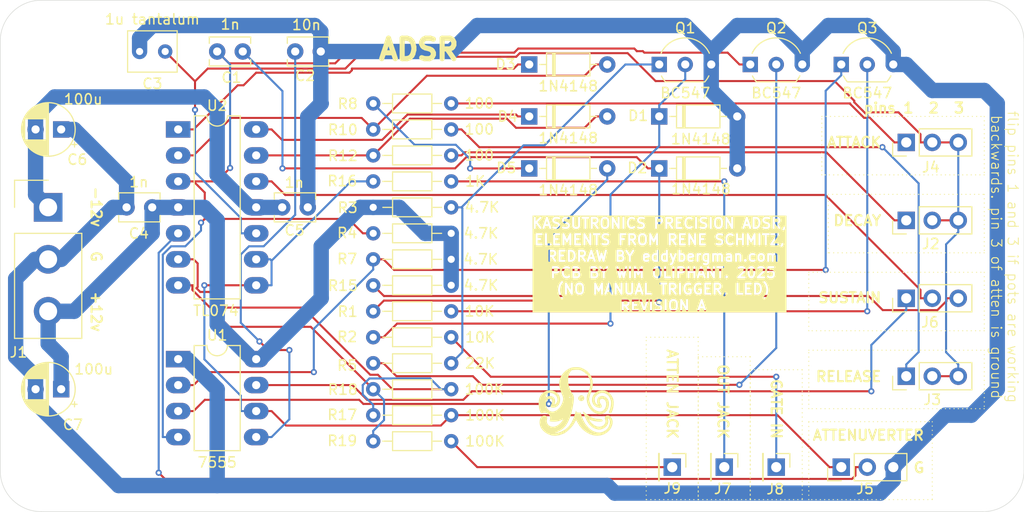
<source format=kicad_pcb>
(kicad_pcb (version 20240108) (generator "pcbnew") (generator_version "8.0")
  (layers (0 "F.Cu" signal) (31 "B.Cu" signal) (34 "B.Paste" user) (35 "F.Paste" user) (36 "B.SilkS" user "B.Silkscreen") (37 "F.SilkS" user "F.Silkscreen") (38 "B.Mask" user) (39 "F.Mask" user) (44 "Edge.Cuts" user))
  (net 0 "")
  (net 1 "Net-(Q2-C)")
  (net 2 "Net-(D2-K)")
  (net 3 "Net-(U1-CV)")
  (net 4 "GND")
  (net 5 "Net-(J2-Pin_2)")
  (net 6 "+12V")
  (net 7 "-12V")
  (net 8 "Net-(D1-K)")
  (net 9 "Net-(D3-K)")
  (net 10 "Net-(D3-A)")
  (net 11 "Net-(D4-K)")
  (net 12 "Net-(D4-A)")
  (net 13 "Net-(D5-K)")
  (net 14 "Net-(D5-A)")
  (net 15 "Net-(J2-Pin_1)")
  (net 16 "Net-(J3-Pin_1)")
  (net 17 "Net-(J4-Pin_1)")
  (net 18 "Net-(J5-Pin_1)")
  (net 19 "Net-(J5-Pin_2)")
  (net 20 "Net-(J6-Pin_1)")
  (net 21 "Net-(J6-Pin_2)")
  (net 22 "Net-(J6-Pin_3)")
  (net 23 "Net-(J7-Pin_1)")
  (net 24 "Net-(J8-Pin_1)")
  (net 25 "Net-(J9-Pin_1)")
  (net 26 "Net-(Q1-C)")
  (net 27 "Net-(Q2-B)")
  (net 28 "Net-(Q3-B)")
  (net 29 "Net-(Q3-C)")
  (net 30 "Net-(U2B--)")
  (net 31 "Net-(R18-Pad1)")
  (footprint "Diode_THT:D_DO-35_SOD27_P7.62mm_Horizontal" (layer "F.Cu") (at 153.67 81.28)
    (property "Reference" "D3")
    (property "Value" "1N4148")
  )
  (footprint "Capacitor_THT:CP_Radial_D5.0mm_P2.50mm" (layer "F.Cu") (at 107.95 113.03 180)
    (property "Reference" "C7")
    (property "Value" "100u")
  )
  (footprint "Package_DIP:DIP-8_W7.62mm_LongPads" (layer "F.Cu") (at 119.38 110.09)
    (property "Reference" "U1")
    (property "Value" "7555")
  )
  (footprint "MountingHole:MountingHole_3.2mm_M3" (layer "F.Cu") (at 198 121)
    (property "Reference" "REF4" (hide yes))
    (property "Value" "MountingHole_3.2mm_M3" (hide yes))
  )
  (footprint "wims_custom_kicad_library:R_Axial_DIN0204_L3.6mm_D1.6mm_P7.62mm_Horizontal_wims_resistor1" (layer "F.Cu") (at 138.43 85.09)
    (property "Reference" "R8")
    (property "Value" "100")
  )
  (footprint "wims_custom_kicad_library:R_Axial_DIN0204_L3.6mm_D1.6mm_P7.62mm_Horizontal_wims_resistor1" (layer "F.Cu") (at 146.05 97.79 180)
    (property "Reference" "R4")
    (property "Value" "4.7K")
  )
  (footprint "Package_TO_SOT_THT:TO-92L_Inline_Wide" (layer "F.Cu") (at 184.15 81.28)
    (property "Reference" "Q3")
    (property "Value" "BC547")
  )
  (footprint "wims_custom_kicad_library:R_Axial_DIN0204_L3.6mm_D1.6mm_P7.62mm_Horizontal_wims_resistor1" (layer "F.Cu") (at 138.43 105.41)
    (property "Reference" "R1")
    (property "Value" "10K")
  )
  (footprint "Connector_PinHeader_2.54mm:PinHeader_1x01_P2.54mm_Vertical" (layer "F.Cu") (at 167.64 120.65 -90)
    (property "Reference" "J9")
    (property "Value" "attenuator_out_jack" (hide yes))
  )
  (footprint "wims_custom_kicad_library:R_Axial_DIN0204_L3.6mm_D1.6mm_P7.62mm_Horizontal_wims_resistor1" (layer "F.Cu") (at 138.43 90.17)
    (property "Reference" "R12")
    (property "Value" "100")
  )
  (footprint "Diode_THT:D_DO-35_SOD27_P7.62mm_Horizontal" (layer "F.Cu") (at 153.67 86.36)
    (property "Reference" "D4")
    (property "Value" "1N4148")
  )
  (footprint "Diode_THT:D_DO-35_SOD27_P7.62mm_Horizontal" (layer "F.Cu") (at 166.37 86.36)
    (property "Reference" "D1")
    (property "Value" "1N4148")
  )
  (footprint "Package_TO_SOT_THT:TO-92L_Inline_Wide" (layer "F.Cu") (at 175.26 81.28)
    (property "Reference" "Q2")
    (property "Value" "BC547")
  )
  (footprint "wims_custom_kicad_library:R_Axial_DIN0204_L3.6mm_D1.6mm_P7.62mm_Horizontal_wims_resistor1" (layer "F.Cu") (at 146.05 115.57 180)
    (property "Reference" "R17")
    (property "Value" "100K")
  )
  (footprint "Capacitor_THT:C_Disc_D3.8mm_W2.6mm_P2.50mm" (layer "F.Cu") (at 130.81 80.01)
    (property "Reference" "C2")
    (property "Value" "10n")
  )
  (footprint "LOGO" (layer "F.Cu") (at 158.3 114.34)
    (property "Reference" "G***" (hide yes))
    (property "Value" "LOGO" (hide yes))
  )
  (footprint "Connector_PinHeader_2.54mm:PinHeader_1x03_P2.54mm_Vertical" (layer "F.Cu") (at 190.5 111.76 90)
    (property "Reference" "J3")
    (property "Value" "release pot" (hide yes))
  )
  (footprint "Diode_THT:D_DO-35_SOD27_P7.62mm_Horizontal" (layer "F.Cu") (at 166.37 91.44)
    (property "Reference" "D2")
    (property "Value" "1N4148")
  )
  (footprint "wims_custom_kicad_library:R_Axial_DIN0204_L3.6mm_D1.6mm_P7.62mm_Horizontal_wims_resistor1" (layer "F.Cu") (at 146.05 92.71 180)
    (property "Reference" "R16")
    (property "Value" "1K")
  )
  (footprint "Connector_PinHeader_2.54mm:PinHeader_1x01_P2.54mm_Vertical" (layer "F.Cu") (at 177.8 120.65 -90)
    (property "Reference" "J8")
    (property "Value" "jack_gate_in" (hide yes))
  )
  (footprint "Package_TO_SOT_THT:TO-92L_Inline_Wide" (layer "F.Cu") (at 166.37 81.28)
    (property "Reference" "Q1")
    (property "Value" "BC547")
  )
  (footprint "Connector_PinHeader_2.54mm:PinHeader_1x03_P2.54mm_Vertical" (layer "F.Cu") (at 190.5 104.14 90)
    (property "Reference" "J6")
    (property "Value" "sustain pot" (hide yes))
  )
  (footprint "Capacitor_THT:C_Disc_D3.8mm_W2.6mm_P2.50mm" (layer "F.Cu") (at 116.84 95.25 180)
    (property "Reference" "C4")
    (property "Value" "1n")
  )
  (footprint "wims_custom_kicad_library:R_Axial_DIN0204_L3.6mm_D1.6mm_P7.62mm_Horizontal_wims_resistor1" (layer "F.Cu") (at 138.43 102.87)
    (property "Reference" "R15")
    (property "Value" "4.7K")
  )
  (footprint "Diode_THT:D_DO-35_SOD27_P7.62mm_Horizontal" (layer "F.Cu") (at 153.67 91.44)
    (property "Reference" "D5")
    (property "Value" "1N4148")
  )
  (footprint "Package_DIP:DIP-14_W7.62mm_LongPads" (layer "F.Cu") (at 119.38 87.63)
    (property "Reference" "U2")
    (property "Value" "TL074")
  )
  (footprint "wims_custom_kicad_library:R_Axial_DIN0204_L3.6mm_D1.6mm_P7.62mm_Horizontal_wims_resistor1" (layer "F.Cu") (at 138.43 95.25)
    (property "Reference" "R3")
    (property "Value" "4.7K")
  )
  (footprint "Connector_PinHeader_2.54mm:PinHeader_1x01_P2.54mm_Vertical" (layer "F.Cu") (at 172.72 120.65 -90)
    (property "Reference" "J7")
    (property "Value" "output jack" (hide yes))
  )
  (footprint "MountingHole:MountingHole_3.2mm_M3" (layer "F.Cu") (at 198 79)
    (property "Reference" "REF2" (hide yes))
    (property "Value" "MountingHole_3.2mm_M3" (hide yes))
  )
  (footprint "wims_custom_kicad_library:R_Axial_DIN0204_L3.6mm_D1.6mm_P7.62mm_Horizontal_wims_resistor1" (layer "F.Cu") (at 138.43 87.63)
    (property "Reference" "R10")
    (property "Value" "100")
  )
  (footprint "wims_custom_kicad_library:R_Axial_DIN0204_L3.6mm_D1.6mm_P7.62mm_Horizontal_wims_resistor1" (layer "F.Cu") (at 146.05 100.33 180)
    (property "Reference" "R7")
    (property "Value" "4.7K")
  )
  (footprint "wims_custom_kicad_library:R_Axial_DIN0204_L3.6mm_D1.6mm_P7.62mm_Horizontal_wims_resistor1" (layer "F.Cu") (at 138.43 113.03)
    (property "Reference" "R18")
    (property "Value" "100K")
  )
  (footprint "wims_custom_kicad_library:R_Axial_DIN0204_L3.6mm_D1.6mm_P7.62mm_Horizontal_wims_resistor1" (layer "F.Cu") (at 146.05 118.11 180)
    (property "Reference" "R19")
    (property "Value" "100K")
  )
  (footprint "Connector_PinHeader_2.54mm:PinHeader_1x03_P2.54mm_Vertical" (layer "F.Cu") (at 190.5 88.9 90)
    (property "Reference" "J4")
    (property "Value" "attack pot" (hide yes))
  )
  (footprint "MountingHole:MountingHole_3.2mm_M3" (layer "F.Cu") (at 106 121)
    (property "Reference" "REF3" (hide yes))
    (property "Value" "MountingHole_3.2mm_M3" (hide yes))
  )
  (footprint "Connector_Samtec_HPM_THT:Samtec_HPM-03-01-x-S_Straight_1x03_Pitch5.08mm" (layer "F.Cu") (at 106.68 95.25)
    (property "Reference" "J1")
    (property "Value" "power in" (hide yes))
  )
  (footprint "wims_custom_kicad_library:R_Axial_DIN0204_L3.6mm_D1.6mm_P7.62mm_Horizontal_wims_resistor1" (layer "F.Cu") (at 146.05 110.49 180)
    (property "Reference" "R5")
    (property "Value" "22K")
  )
  (footprint "Capacitor_THT:CP_Radial_D5.0mm_P2.50mm" (layer "F.Cu") (at 107.95 87.63 180)
    (property "Reference" "C6")
    (property "Value" "100u")
  )
  (footprint "Capacitor_THT:C_Disc_D3.8mm_W2.6mm_P2.50mm" (layer "F.Cu") (at 129.54 95.25)
    (property "Reference" "C5")
    (property "Value" "1n")
  )
  (footprint "MountingHole:MountingHole_3.2mm_M3" (layer "F.Cu") (at 106 79)
    (property "Reference" "REF1" (hide yes))
    (property "Value" "MountingHole_3.2mm_M3" (hide yes))
  )
  (footprint "Connector_PinHeader_2.54mm:PinHeader_1x03_P2.54mm_Vertical" (layer "F.Cu") (at 184.15 120.65 90)
    (property "Reference" "J5")
    (property "Value" "attenuverter pot" (hide yes))
  )
  (footprint "Connector_PinHeader_2.54mm:PinHeader_1x03_P2.54mm_Vertical" (layer "F.Cu") (at 190.5 96.52 90)
    (property "Reference" "J2")
    (property "Value" "decay pot" (hide yes))
  )
  (footprint "Capacitor_THT:C_Rect_L4.6mm_W3.8mm_P2.50mm_MKS02_FKP02" (layer "F.Cu") (at 118.11 80.01 180)
    (property "Reference" "C3")
    (property "Value" "1u tantalum")
  )
  (footprint "Capacitor_THT:C_Disc_D3.8mm_W2.6mm_P2.50mm" (layer "F.Cu") (at 123.19 80.01)
    (property "Reference" "C1")
    (property "Value" "1n")
  )
  (footprint "wims_custom_kicad_library:R_Axial_DIN0204_L3.6mm_D1.6mm_P7.62mm_Horizontal_wims_resistor1" (layer "F.Cu") (at 146.05 107.95 180)
    (property "Reference" "R2")
    (property "Value" "10K")
  )
  (gr_rect (start 182.88 93.98) (end 198.12 99.695) (stroke (width 0.1) (type dot)) (fill none) (layer "F.SilkS"))
  (gr_rect (start 175.26 111.125) (end 180.34 123.825) (stroke (width 0.1) (type dot)) (fill none) (layer "F.SilkS"))
  (gr_rect (start 180.975 101.6) (end 198.12 107.315) (stroke (width 0.1) (type dot)) (fill none) (layer "F.SilkS"))
  (gr_rect (start 180.975 109.22) (end 198.12 114.935) (stroke (width 0.1) (type dot)) (fill none) (layer "F.SilkS"))
  (gr_rect (start 165.1 107.95) (end 170.18 123.825) (stroke (width 0.1) (type dot)) (fill none) (layer "F.SilkS"))
  (gr_rect (start 180.975 116.205) (end 193.04 123.825) (stroke (width 0.1) (type dot)) (fill none) (layer "F.SilkS"))
  (gr_rect (start 182.245 86.36) (end 198.12 92.075) (stroke (width 0.1) (type dot)) (fill none) (layer "F.SilkS"))
  (gr_rect (start 170.18 109.855) (end 175.26 123.825) (stroke (width 0.1) (type dot)) (fill none) (layer "F.SilkS"))
  (gr_line (start 198 125) (end 106 125) (stroke (width 0.05)) (layer "Edge.Cuts"))
  (gr_line (start 102 121) (end 102 79) (stroke (width 0.05)) (layer "Edge.Cuts"))
  (gr_arc (start 102 79) (mid 103.171573 76.171573) (end 106 75) (stroke (width 0.05)) (layer "Edge.Cuts"))
  (gr_line (start 202 79) (end 202 121) (stroke (width 0.05)) (layer "Edge.Cuts"))
  (gr_arc (start 198 75) (mid 200.828427 76.171573) (end 202 79) (stroke (width 0.05)) (layer "Edge.Cuts"))
  (gr_arc (start 106 125) (mid 103.171573 123.828427) (end 102 121) (stroke (width 0.05)) (layer "Edge.Cuts"))
  (gr_arc (start 202 121) (mid 200.828427 123.828427) (end 198 125) (stroke (width 0.05)) (layer "Edge.Cuts"))
  (gr_line (start 106 75) (end 198 75) (stroke (width 0.05)) (layer "Edge.Cuts"))
  (gr_text "-12v" (at 110.79 93.12 270) (layer "F.SilkS") (effects (font (size 1 1) (thickness 0.2) (bold yes)) (justify left bottom)))
  (gr_text "pins 1  2  3 " (at 186.24 86.12 0) (layer "F.SilkS") (effects (font (size 1 1) (thickness 0.2) (bold yes)) (justify left bottom)))
  (gr_text "ATTEN JACK" (at 167.05 109.015237 -90) (layer "F.SilkS") (effects (font (size 1 1) (thickness 0.2) (bold yes)) (justify left bottom)))
  (gr_text "GATE IN" (at 177.22 111.92 270) (layer "F.SilkS") (effects (font (size 1 1) (thickness 0.2) (bold yes)) (justify left bottom)))
  (gr_text "RELEASE" (at 181.562857 112.38 0) (layer "F.SilkS") (effects (font (size 1 1) (thickness 0.2) (bold yes)) (justify left bottom)))
  (gr_text "ATTENUVERTER" (at 181.26 118.12 0) (layer "F.SilkS") (effects (font (size 1 1) (thickness 0.2) (bold yes)) (justify left bottom)))
  (gr_text "ADSR" (at 138.74 80.98 0) (layer "F.SilkS") (effects (font (size 2 2) (thickness 0.5) (bold yes)) (justify left bottom)))
  (gr_text "+12v" (at 110.79 103.37 270) (layer "F.SilkS") (effects (font (size 1 1) (thickness 0.2) (bold yes)) (justify left bottom)))
  (gr_text "KASSUTRONICS PRECISION ADSR, \nELEMENTS FROM RENE SCHMITZ, \nREDRAW BY eddybergman.com\nPCB BY WIM OLIPHANT. 2025\n(NO MANUAL TRIGGER, LED)\nREVISION A" (at 166.755 105.445 0) (layer "F.SilkS" knockout) (effects (font (size 1 1) (thickness 0.2) (bold yes)) (justify bottom)))
  (gr_text "SUSTAIN" (at 181.800953 104.67 0) (layer "F.SilkS") (effects (font (size 1 1) (thickness 0.2) (bold yes)) (justify left bottom)))
  (gr_text "ATTACK" (at 182.658095 89.48 0) (layer "F.SilkS") (effects (font (size 1 1) (thickness 0.2) (bold yes)) (justify left bottom)))
  (gr_text "OUT JACK" (at 172.01 110.491428 270) (layer "F.SilkS") (effects (font (size 1 1) (thickness 0.2) (bold yes)) (justify left bottom)))
  (gr_text "G" (at 110.79 99.42 270) (layer "F.SilkS") (effects (font (size 1 1) (thickness 0.2) (bold yes)) (justify left bottom)))
  (gr_text "G" (at 191.11 121.29 0) (layer "F.SilkS") (effects (font (size 1 1) (thickness 0.2) (bold yes)) (justify left bottom)))
  (gr_text "DECAY" (at 183.277143 97.13 0) (layer "F.SilkS") (effects (font (size 1 1) (thickness 0.2) (bold yes)) (justify left bottom)))
  (gr_text "flip pins 1 and 3 if pots are working\nbackwards. pin 3 of atten is ground" (at 198.71 100.1 270) (layer "F.SilkS") (effects (font (size 1 1) (thickness 0.1)) (justify bottom)))
  (segment (start 121.9766 93.8049) (end 121.9766 96.3784) (width 0.2) (layer "F.Cu") (net 1))
  (segment (start 175.26 81.28) (end 174.2083 81.28) (width 0.2) (layer "F.Cu") (net 1))
  (segment (start 136.0167 96.3784) (end 121.9766 96.3784) (width 0.2) (layer "F.Cu") (net 1))
  (segment (start 138.43 97.79) (end 137.4283 97.79) (width 0.2) (layer "F.Cu") (net 1))
  (segment (start 137.4283 97.79) (end 136.0167 96.3784) (width 0.2) (layer "F.Cu") (net 1))
  (segment (start 124.4507 91.3982) (end 123.1389 92.71) (width 0.2) (layer "F.Cu") (net 1))
  (segment (start 120.8817 92.71) (end 121.9766 93.8049) (width 0.2) (layer "F.Cu") (net 1))
  (segment (start 134.7177 81.1659) (end 124.3459 81.1659) (width 0.2) (layer "F.Cu") (net 1))
  (segment (start 163.936 79.7222) (end 152.6035 79.7222) (width 0.2) (layer "F.Cu") (net 1))
  (segment (start 152.2033 80.1224) (end 136.6206 80.1224) (width 0.2) (layer "F.Cu") (net 1))
  (segment (start 121.9766 96.3784) (end 121.6102 96.7448) (width 0.2) (layer "F.Cu") (net 1))
  (segment (start 173.0522 80.1239) (end 164.9155 80.1239) (width 0.2) (layer "F.Cu") (net 1))
  (segment (start 119.38 92.71) (end 120.8817 92.71) (width 0.2) (layer "F.Cu") (net 1))
  (segment (start 174.2083 81.28) (end 173.0522 80.1239) (width 0.2) (layer "F.Cu") (net 1))
  (segment (start 164.1714 79.9783) (end 164.1714 79.9576) (width 0.2) (layer "F.Cu") (net 1))
  (segment (start 164.9155 80.1239) (end 164.7699 79.9783) (width 0.2) (layer "F.Cu") (net 1))
  (segment (start 124.3459 81.1659) (end 123.19 80.01) (width 0.2) (layer "F.Cu") (net 1))
  (segment (start 123.1389 92.71) (end 120.8817 92.71) (width 0.2) (layer "F.Cu") (net 1))
  (segment (start 152.6035 79.7222) (end 152.2033 80.1224) (width 0.2) (layer "F.Cu") (net 1))
  (segment (start 164.7699 79.9783) (end 164.1714 79.9783) (width 0.2) (layer "F.Cu") (net 1))
  (segment (start 164.1714 79.9576) (end 163.936 79.7222) (width 0.2) (layer "F.Cu") (net 1))
  (segment (start 136.6191 80.1239) (end 135.7597 80.1239) (width 0.2) (layer "F.Cu") (net 1))
  (segment (start 135.7597 80.1239) (end 134.7177 81.1659) (width 0.2) (layer "F.Cu") (net 1))
  (segment (start 136.6206 80.1224) (end 136.6191 80.1239) (width 0.2) (layer "F.Cu") (net 1))
  (via (at 124.4507 91.3982) (size 0.6) (drill 0.3) (layers "F.Cu" "B.Cu") (net 1))
  (via (at 121.6102 96.7448) (size 0.6) (drill 0.3) (layers "F.Cu" "B.Cu") (net 1))
  (segment (start 124.4507 81.2707) (end 124.4507 91.3982) (width 0.2) (layer "B.Cu") (net 1))
  (segment (start 117.8783 99.8704) (end 118.6887 99.06) (width 0.2) (layer "B.Cu") (net 1))
  (segment (start 121.6102 97.5242) (end 121.6102 96.7448) (width 0.2) (layer "B.Cu") (net 1))
  (segment (start 120.0744 99.06) (end 121.6102 97.5242) (width 0.2) (layer "B.Cu") (net 1))
  (segment (start 123.19 80.01) (end 124.4507 81.2707) (width 0.2) (layer "B.Cu") (net 1))
  (segment (start 119.38 117.71) (end 117.8783 117.71) (width 0.2) (layer "B.Cu") (net 1))
  (segment (start 118.6887 99.06) (end 120.0744 99.06) (width 0.2) (layer "B.Cu") (net 1))
  (segment (start 117.8783 117.71) (end 117.8783 99.8704) (width 0.2) (layer "B.Cu") (net 1))
  (segment (start 166.37 91.44) (end 165.2683 91.44) (width 0.2) (layer "F.Cu") (net 2))
  (segment (start 166.37 104.5225) (end 166.2123 104.3648) (width 0.2) (layer "F.Cu") (net 2))
  (segment (start 129.567 91.44) (end 146.4253 91.44) (width 0.2) (layer "F.Cu") (net 2))
  (segment (start 139.4752 104.3648) (end 138.43 105.41) (width 0.2) (layer "F.Cu") (net 2))
  (segment (start 164.1666 90.3383) (end 165.2683 91.44) (width 0.2) (layer "F.Cu") (net 2))
  (segment (start 166.2123 104.3648) (end 139.4752 104.3648) (width 0.2) (layer "F.Cu") (net 2))
  (segment (start 147.527 90.3383) (end 164.1666 90.3383) (width 0.2) (layer "F.Cu") (net 2))
  (segment (start 146.4253 91.44) (end 147.527 90.3383) (width 0.2) (layer "F.Cu") (net 2))
  (via (at 166.37 104.5225) (size 0.6) (drill 0.3) (layers "F.Cu" "B.Cu") (net 2))
  (via (at 129.567 91.44) (size 0.6) (drill 0.3) (layers "F.Cu" "B.Cu") (net 2))
  (segment (start 125.69 80.01) (end 129.567 83.887) (width 0.2) (layer "B.Cu") (net 2))
  (segment (start 129.567 83.887) (end 129.567 91.44) (width 0.2) (layer "B.Cu") (net 2))
  (segment (start 166.37 91.44) (end 166.37 104.5225) (width 0.2) (layer "B.Cu") (net 2))
  (segment (start 128.162 109.2016) (end 130.2406 109.2016) (width 0.2) (layer "F.Cu") (net 3))
  (segment (start 127.3194 108.359) (end 128.162 109.2016) (width 0.2) (layer "F.Cu") (net 3))
  (via (at 127.3194 108.359) (size 0.6) (drill 0.3) (layers "F.Cu" "B.Cu") (net 3))
  (via (at 130.2406 109.2016) (size 0.6) (drill 0.3) (layers "F.Cu" "B.Cu") (net 3))
  (segment (start 127.7287 99.06) (end 126.2921 99.06) (width 0.2) (layer "B.Cu") (net 3))
  (segment (start 130.2406 109.2016) (end 130.2406 115.9711) (width 0.2) (layer "B.Cu") (net 3))
  (segment (start 130.81 95.9787) (end 127.7287 99.06) (width 0.2) (layer "B.Cu") (net 3))
  (segment (start 130.81 80.01) (end 130.81 95.9787) (width 0.2) (layer "B.Cu") (net 3))
  (segment (start 130.2406 115.9711) (end 128.5017 117.71) (width 0.2) (layer "B.Cu") (net 3))
  (segment (start 127 117.71) (end 128.5017 117.71) (width 0.2) (layer "B.Cu") (net 3))
  (segment (start 125.4956 106.5352) (end 127.3194 108.359) (width 0.2) (layer "B.Cu") (net 3))
  (segment (start 126.2921 99.06) (end 125.4956 99.8565) (width 0.2) (layer "B.Cu") (net 3))
  (segment (start 125.4956 99.8565) (end 125.4956 106.5352) (width 0.2) (layer "B.Cu") (net 3))
  (segment (start 105.45 114.34) (end 105.45 113.03) (width 1.5) (layer "B.Cu") (net 4))
  (segment (start 119.38 110.09) (end 120.25 110.09) (width 1.5) (layer "B.Cu") (net 4))
  (segment (start 199.39 113.03) (end 199.39 85.09) (width 1.5) (layer "B.Cu") (net 4))
  (segment (start 113.56 122.45) (end 105.45 114.34) (width 1.5) (layer "B.Cu") (net 4))
  (segment (start 182.88 77.47) (end 186.69 77.47) (width 1.5) (layer "B.Cu") (net 4))
  (segment (start 187.96 123.19) (end 162.03 123.19) (width 1.5) (layer "B.Cu") (net 4))
  (segment (start 194.31 115.57) (end 196.85 115.57) (width 1.5) (layer "B.Cu") (net 4))
  (segment (start 132.04 95.25) (end 132.04 86.4) (width 1.5) (layer "B.Cu") (net 4))
  (segment (start 114.34 92.75) (end 114.34 95.25) (width 1.5) (layer "B.Cu") (net 4))
  (segment (start 109.22 87.63) (end 114.34 92.75) (width 1.5) (layer "B.Cu") (net 4))
  (segment (start 116.84 77.47) (end 132.715 77.47) (width 1.5) (layer "B.Cu") (net 4))
  (segment (start 189.23 120.65) (end 194.31 115.57) (width 1.5) (layer "B.Cu") (net 4))
  (segment (start 115.61 80.01) (end 115.61 78.7) (width 1.5) (layer "B.Cu") (net 4))
  (segment (start 123.19 113.03) (end 123.19 121.92) (width 1.5) (layer "B.Cu") (net 4))
  (segment (start 168.91 77.47) (end 171.45 80.01) (width 1.5) (layer "B.Cu") (net 4))
  (segment (start 180.34 80.01) (end 182.88 77.47) (width 1.5) (layer "B.Cu") (net 4))
  (segment (start 173.99 86.36) (end 173.99 91.44) (width 1.5) (layer "B.Cu") (net 4))
  (segment (start 171.45 81.28) (end 171.45 83.82) (width 1.5) (layer "B.Cu") (net 4))
  (segment (start 189.23 121.92) (end 187.96 123.19) (width 1.5) (layer "B.Cu") (net 4))
  (segment (start 133.31 85.05) (end 133.31 80.01) (width 1.5) (layer "B.Cu") (net 4))
  (segment (start 189.23 80.01) (end 189.23 81.28) (width 1.5) (layer "B.Cu") (net 4))
  (segment (start 105.41 100.33) (end 103.505 102.235) (width 1.5) (layer "B.Cu") (net 4))
  (segment (start 133.31 78.065) (end 133.31 80.01) (width 1.5) (layer "B.Cu") (net 4))
  (segment (start 173.99 77.47) (end 177.8 77.47) (width 1.5) (layer "B.Cu") (net 4))
  (segment (start 107.95 100.33) (end 106.68 100.33) (width 1.5) (layer "B.Cu") (net 4))
  (segment (start 196.85 115.57) (end 199.39 113.03) (width 1.5) (layer "B.Cu") (net 4))
  (segment (start 105.45 111.8) (end 105.45 113.03) (width 1.5) (layer "B.Cu") (net 4))
  (segment (start 161.29 122.45) (end 123.19 122.45) (width 1.5) (layer "B.Cu") (net 4))
  (segment (start 171.45 83.82) (end 173.99 86.36) (width 1.5) (layer "B.Cu") (net 4))
  (segment (start 171.45 80.01) (end 173.99 77.47) (width 1.5) (layer "B.Cu") (net 4))
  (segment (start 107.95 87.63) (end 109.22 87.63) (width 1.5) (layer "B.Cu") (net 4))
  (segment (start 133.35 85.09) (end 133.31 85.05) (width 1.5) (layer "B.Cu") (net 4))
  (segment (start 132.715 77.47) (end 133.31 78.065) (width 1.5) (layer "B.Cu") (net 4))
  (segment (start 199.39 85.09) (end 198.12 83.82) (width 1.5) (layer "B.Cu") (net 4))
  (segment (start 123.19 122.45) (end 123.19 121.92) (width 0.2) (layer "B.Cu") (net 4))
  (segment (start 189.23 120.65) (end 189.23 121.92) (width 1.5) (layer "B.Cu") (net 4))
  (segment (start 115.61 78.7) (end 116.84 77.47) (width 1.5) (layer "B.Cu") (net 4))
  (segment (start 162.03 123.19) (end 161.29 122.45) (width 1.5) (layer "B.Cu") (net 4))
  (segment (start 113.03 95.25) (end 107.95 100.33) (width 1.5) (layer "B.Cu") (net 4))
  (segment (start 171.45 80.01) (end 171.45 81.28) (width 1.5) (layer "B.Cu") (net 4))
  (segment (start 103.505 102.235) (end 103.505 109.855) (width 1.5) (layer "B.Cu") (net 4))
  (segment (start 180.34 80.01) (end 180.34 81.28) (width 1.5) (layer "B.Cu") (net 4))
  (segment (start 190.5 81.28) (end 189.23 81.28) (width 1.5) (layer "B.Cu") (net 4))
  (segment (start 103.505 109.855) (end 105.45 111.8) (width 1.5) (layer "B.Cu") (net 4))
  (segment (start 146.05 80.01) (end 148.59 77.47) (width 1.5) (layer "B.Cu") (net 4))
  (segment (start 193.04 83.82) (end 190.5 81.28) (width 1.5) (layer "B.Cu") (net 4))
  (segment (start 123.19 122.45) (end 113.56 122.45) (width 1.5) (layer "B.Cu") (net 4))
  (segment (start 198.12 83.82) (end 193.04 83.82) (width 1.5) (layer "B.Cu") (net 4))
  (segment (start 133.31 80.01) (end 146.05 80.01) (width 1.5) (layer "B.Cu") (net 4))
  (segment (start 186.69 77.47) (end 189.23 80.01) (width 1.5) (layer "B.Cu") (net 4))
  (segment (start 132.04 86.4) (end 133.35 85.09) (width 1.5) (layer "B.Cu") (net 4))
  (segment (start 120.25 110.09) (end 123.19 113.03) (width 1.5) (layer "B.Cu") (net 4))
  (segment (start 177.8 77.47) (end 180.34 80.01) (width 1.5) (layer "B.Cu") (net 4))
  (segment (start 106.68 100.33) (end 105.41 100.33) (width 1.5) (layer "B.Cu") (net 4))
  (segment (start 114.34 95.25) (end 113.03 95.25) (width 1.5) (layer "B.Cu") (net 4))
  (segment (start 148.59 77.47) (end 168.91 77.47) (width 1.5) (layer "B.Cu") (net 4))
  (segment (start 185.4209 84.8312) (end 183.4919 82.9022) (width 0.2) (layer "F.Cu") (net 5))
  (segment (start 195.58 96.52) (end 193.04 96.52) (width 0.2) (layer "F.Cu") (net 5))
  (segment (start 136.866 80.5241) (end 135.7084 81.6817) (width 0.2) (layer "F.Cu") (net 5))
  (segment (start 195.58 88.9) (end 193.04 88.9) (width 0.2) (layer "F.Cu") (net 5))
  (segment (start 189.7373 85.9572) (end 186.6883 85.9572) (width 0.2) (layer "F.Cu") (net 5))
  (segment (start 166.0132 82.9022) (end 163.2849 80.1739) (width 0.2) (layer "F.Cu") (net 5))
  (segment (start 122.2669 81.6817) (end 121.0243 82.9243) (width 0.2) (layer "F.Cu") (net 5))
  (segment (start 186.6883 85.9572) (end 186.5882 86.0573) (width 0.2) (layer "F.Cu") (net 5))
  (segment (start 185.4209 84.9726) (end 185.4209 84.8312) (width 0.2) (layer "F.Cu") (net 5))
  (segment (start 163.2849 80.1739) (end 152.7494 80.1739) (width 0.2) (layer "F.Cu") (net 5))
  (segment (start 191.8883 88.9) (end 191.8883 88.1082) (width 0.2) (layer "F.Cu") (net 5))
  (segment (start 135.7084 81.6817) (end 122.2669 81.6817) (width 0.2) (layer "F.Cu") (net 5))
  (segment (start 118.11 80.01) (end 121.0243 82.9243) (width 0.2) (layer "F.Cu") (net 5))
  (segment (start 121.0243 82.9243) (end 121.0243 85.7147) (width 0.2) (layer "F.Cu") (net 5))
  (segment (start 186.5056 86.0573) (end 185.4209 84.9726) (width 0.2) (layer "F.Cu") (net 5))
  (segment (start 152.7494 80.1739) (end 152.3993 80.524) (width 0.2) (layer "F.Cu") (net 5))
  (segment (start 193.04 88.9) (end 191.8883 88.9) (width 0.2) (layer "F.Cu") (net 5))
  (segment (start 183.4919 82.9022) (end 166.0132 82.9022) (width 0.2) (layer "F.Cu") (net 5))
  (segment (start 152.3993 80.524) (end 152.3993 80.5241) (width 0.2) (layer "F.Cu") (net 5))
  (segment (start 186.5882 86.0573) (end 186.5056 86.0573) (width 0.2) (layer "F.Cu") (net 5))
  (segment (start 152.3993 80.5241) (end 136.866 80.5241) (width 0.2) (layer "F.Cu") (net 5))
  (segment (start 191.8883 88.1082) (end 189.7373 85.9572) (width 0.2) (layer "F.Cu") (net 5))
  (segment (start 195.58 111.76) (end 193.04 111.76) (width 0.2) (layer "F.Cu") (net 5))
  (via (at 121.0243 85.7147) (size 0.6) (drill 0.3) (layers "F.Cu" "B.Cu") (net 5))
  (segment (start 125.4983 96.2883) (end 121.0243 91.8143) (width 0.2) (layer "B.Cu") (net 5))
  (segment (start 194.3894 98.8623) (end 194.3894 109.4177) (width 0.2) (layer "B.Cu") (net 5))
  (segment (start 194.3894 109.4177) (end 195.58 110.6083) (width 0.2) (layer "B.Cu") (net 5))
  (segment (start 125.4983 97.79) (end 125.4983 96.2883) (width 0.2) (layer "B.Cu") (net 5))
  (segment (start 195.58 111.76) (end 195.58 110.6083) (width 0.2) (layer "B.Cu") (net 5))
  (segment (start 195.58 88.9) (end 195.58 96.52) (width 0.2) (layer "B.Cu") (net 5))
  (segment (start 121.0243 91.8143) (end 121.0243 85.7147) (width 0.2) (layer "B.Cu") (net 5))
  (segment (start 195.58 97.6717) (end 194.3894 98.8623) (width 0.2) (layer "B.Cu") (net 5))
  (segment (start 127 97.79) (end 125.4983 97.79) (width 0.2) (layer "B.Cu") (net 5))
  (segment (start 195.58 96.52) (end 195.58 97.6717) (width 0.2) (layer "B.Cu") (net 5))
  (segment (start 106.68 108.585) (end 107.95 109.855) (width 1.5) (layer "B.Cu") (net 6))
  (segment (start 123.19 106.68) (end 126.6 110.09) (width 1.5) (layer "B.Cu") (net 6))
  (segment (start 119.38 95.25) (end 116.84 95.25) (width 1.5) (layer "B.Cu") (net 6))
  (segment (start 143.51 97.79) (end 146.05 97.79) (width 1.5) (layer "B.Cu") (net 6))
  (segment (start 123.19 96.52) (end 123.19 106.68) (width 1.5) (layer "B.Cu") (net 6))
  (segment (start 138.43 95.25) (end 140.97 95.25) (width 1.5) (layer "B.Cu") (net 6))
  (segment (start 107.95 109.855) (end 107.95 113.03) (width 1.5) (layer "B.Cu") (net 6))
  (segment (start 133.35 104.14) (end 133.35 99.06) (width 1.5) (layer "B.Cu") (net 6))
  (segment (start 127.4 110.09) (end 133.35 104.14) (width 1.5) (layer "B.Cu") (net 6))
  (segment (start 116.84 97.79) (end 116.84 95.25) (width 1.5) (layer "B.Cu") (net 6))
  (segment (start 106.68 105.41) (end 106.68 108.585) (width 1.5) (layer "B.Cu") (net 6))
  (segment (start 146.05 97.79) (end 146.05 100.33) (width 1.5) (layer "B.Cu") (net 6))
  (segment (start 146.05 102.87) (end 146.05 100.33) (width 1.5) (layer "B.Cu") (net 6))
  (segment (start 140.97 95.25) (end 143.51 97.79) (width 1.5) (layer "B.Cu") (net 6))
  (segment (start 127 110.09) (end 127.4 110.09) (width 1.5) (layer "B.Cu") (net 6))
  (segment (start 137.16 95.25) (end 138.43 95.25) (width 1.5) (layer "B.Cu") (net 6))
  (segment (start 106.68 105.41) (end 109.22 105.41) (width 1.5) (layer "B.Cu") (net 6))
  (segment (start 126.6 110.09) (end 127 110.09) (width 1.5) (layer "B.Cu") (net 6))
  (segment (start 109.22 105.41) (end 116.84 97.79) (width 1.5) (layer "B.Cu") (net 6))
  (segment (start 133.35 99.06) (end 137.16 95.25) (width 1.5) (layer "B.Cu") (net 6))
  (segment (start 119.38 95.25) (end 121.92 95.25) (width 1.5) (layer "B.Cu") (net 6))
  (segment (start 121.92 95.25) (end 123.19 96.52) (width 1.5) (layer "B.Cu") (net 6))
  (segment (start 123.19 92.075) (end 123.19 85.725) (width 1.5) (layer "B.Cu") (net 7))
  (segment (start 107.315 84.455) (end 105.41 86.36) (width 1.5) (layer "B.Cu") (net 7))
  (segment (start 129.54 95.25) (end 127 95.25) (width 1.5) (layer "B.Cu") (net 7))
  (segment (start 127 95.25) (end 126.365 95.25) (width 1.5) (layer "B.Cu") (net 7))
  (segment (start 126.365 95.25) (end 123.19 92.075) (width 1.5) (layer "B.Cu") (net 7))
  (segment (start 105.41 86.36) (end 105.45 86.4) (width 1.5) (layer "B.Cu") (net 7))
  (segment (start 106.68 95.25) (end 105.45 94.02) (width 1.5) (layer "B.Cu") (net 7))
  (segment (start 123.19 85.725) (end 121.92 84.455) (width 1.5) (layer "B.Cu") (net 7))
  (segment (start 105.45 94.02) (end 105.45 87.63) (width 1.5) (layer "B.Cu") (net 7))
  (segment (start 105.45 86.4) (end 105.45 87.63) (width 1.5) (layer "B.Cu") (net 7))
  (segment (start 121.92 84.455) (end 107.315 84.455) (width 1.5) (layer "B.Cu") (net 7))
  (segment (start 138.43 107.95) (end 139.4317 107.95) (width 0.2) (layer "F.Cu") (net 8))
  (segment (start 140.7674 106.6143) (end 161.6068 106.6143) (width 0.2) (layer "F.Cu") (net 8))
  (segment (start 139.4317 107.95) (end 140.7674 106.6143) (width 0.2) (layer "F.Cu") (net 8))
  (via (at 161.6068 106.6143) (size 0.6) (drill 0.3) (layers "F.Cu" "B.Cu") (net 8))
  (segment (start 161.6068 106.6143) (end 161.6068 94.0028) (width 0.2) (layer "B.Cu") (net 8))
  (segment (start 168.91 81.28) (end 168.91 82.7183) (width 0.2) (layer "B.Cu") (net 8))
  (segment (start 166.37 89.2396) (end 166.37 86.36) (width 0.2) (layer "B.Cu") (net 8))
  (segment (start 166.37 86.36) (end 166.37 85.2583) (width 0.2) (layer "B.Cu") (net 8))
  (segment (start 168.91 82.7183) (end 166.37 85.2583) (width 0.2) (layer "B.Cu") (net 8))
  (segment (start 161.6068 94.0028) (end 166.37 89.2396) (width 0.2) (layer "B.Cu") (net 8))
  (segment (start 136.1114 82.0834) (end 136.3468 81.848) (width 0.2) (layer "F.Cu") (net 9))
  (segment (start 153.67 81.28) (end 152.5683 81.28) (width 0.2) (layer "F.Cu") (net 9))
  (segment (start 136.3468 81.6817) (end 152.1666 81.6817) (width 0.2) (layer "F.Cu") (net 9))
  (segment (start 125.7647 83.315) (end 126.9963 82.0834) (width 0.2) (layer "F.Cu") (net 9))
  (segment (start 125.1967 83.315) (end 125.7647 83.315) (width 0.2) (layer "F.Cu") (net 9))
  (segment (start 152.1666 81.6817) (end 152.5683 81.28) (width 0.2) (layer "F.Cu") (net 9))
  (segment (start 136.3468 81.848) (end 136.3468 81.6817) (width 0.2) (layer "F.Cu") (net 9))
  (segment (start 126.9963 82.0834) (end 136.1114 82.0834) (width 0.2) (layer "F.Cu") (net 9))
  (segment (start 119.38 87.63) (end 120.8817 87.63) (width 0.2) (layer "F.Cu") (net 9))
  (segment (start 120.8817 87.63) (end 125.1967 83.315) (width 0.2) (layer "F.Cu") (net 9))
  (segment (start 143.6783 82.3817) (end 138.43 87.63) (width 0.2) (layer "F.Cu") (net 10))
  (segment (start 120.8817 90.17) (end 124.5491 86.5026) (width 0.2) (layer "F.Cu") (net 10))
  (segment (start 160.1883 81.28) (end 159.0866 82.3817) (width 0.2) (layer "F.Cu") (net 10))
  (segment (start 159.0866 82.3817) (end 143.6783 82.3817) (width 0.2) (layer "F.Cu") (net 10))
  (segment (start 124.5491 86.5026) (end 137.3026 86.5026) (width 0.2) (layer "F.Cu") (net 10))
  (segment (start 161.29 81.28) (end 160.1883 81.28) (width 0.2) (layer "F.Cu") (net 10))
  (segment (start 119.38 90.17) (end 120.8817 90.17) (width 0.2) (layer "F.Cu") (net 10))
  (segment (start 137.3026 86.5026) (end 138.43 87.63) (width 0.2) (layer "F.Cu") (net 10))
  (segment (start 127 87.63) (end 128.5017 87.63) (width 0.2) (layer "F.Cu") (net 11))
  (segment (start 139.3036 88.6509) (end 141.7763 86.1782) (width 0.2) (layer "F.Cu") (net 11))
  (segment (start 153.67 86.36) (end 152.5683 86.36) (width 0.2) (layer "F.Cu") (net 11))
  (segment (start 152.3865 86.1782) (end 152.5683 86.36) (width 0.2) (layer "F.Cu") (net 11))
  (segment (start 141.7763 86.1782) (end 152.3865 86.1782) (width 0.2) (layer "F.Cu") (net 11))
  (segment (start 128.5017 87.63) (end 129.5226 88.6509) (width 0.2) (layer "F.Cu") (net 11))
  (segment (start 129.5226 88.6509) (end 139.3036 88.6509) (width 0.2) (layer "F.Cu") (net 11))
  (segment (start 142.0201 86.5799) (end 151.4897 86.5799) (width 0.2) (layer "F.Cu") (net 12))
  (segment (start 159.0778 87.4705) (end 160.1883 86.36) (width 0.2) (layer "F.Cu") (net 12))
  (segment (start 151.4897 86.5799) (end 152.3803 87.4705) (width 0.2) (layer "F.Cu") (net 12))
  (segment (start 161.29 86.36) (end 160.1883 86.36) (width 0.2) (layer "F.Cu") (net 12))
  (segment (start 127 90.17) (end 138.43 90.17) (width 0.2) (layer "F.Cu") (net 12))
  (segment (start 152.3803 87.4705) (end 159.0778 87.4705) (width 0.2) (layer "F.Cu") (net 12))
  (segment (start 138.43 90.17) (end 142.0201 86.5799) (width 0.2) (layer "F.Cu") (net 12))
  (segment (start 152.5683 91.44) (end 152.5632 91.4451) (width 0.2) (layer "F.Cu") (net 13))
  (segment (start 152.5632 91.4451) (end 147.9018 91.4451) (width 0.2) (layer "F.Cu") (net 13))
  (segment (start 153.67 91.44) (end 152.5683 91.44) (width 0.2) (layer "F.Cu") (net 13))
  (via (at 147.9018 91.4451) (size 0.6) (drill 0.3) (layers "F.Cu" "B.Cu") (net 13))
  (segment (start 138.43 85.09) (end 142.4678 89.1278) (width 0.2) (layer "B.Cu") (net 13))
  (segment (start 147.9018 90.5358) (end 147.9018 91.4451) (width 0.2) (layer "B.Cu") (net 13))
  (segment (start 146.4938 89.1278) (end 147.9018 90.5358) (width 0.2) (layer "B.Cu") (net 13))
  (segment (start 142.4678 89.1278) (end 146.4938 89.1278) (width 0.2) (layer "B.Cu") (net 13))
  (segment (start 137.4635 114.4694) (end 155.5798 114.4694) (width 0.2) (layer "F.Cu") (net 14))
  (segment (start 121.984 114.0677) (end 137.0618 114.0677) (width 0.2) (layer "F.Cu") (net 14))
  (segment (start 119.38 115.17) (end 120.8817 115.17) (width 0.2) (layer "F.Cu") (net 14))
  (segment (start 137.0618 114.0677) (end 137.4635 114.4694) (width 0.2) (layer "F.Cu") (net 14))
  (segment (start 120.8817 115.17) (end 121.984 114.0677) (width 0.2) (layer "F.Cu") (net 14))
  (via (at 155.5798 114.4694) (size 0.6) (drill 0.3) (layers "F.Cu" "B.Cu") (net 14))
  (segment (start 161.29 91.44) (end 161.29 92.5417) (width 0.2) (layer "B.Cu") (net 14))
  (segment (start 161.29 92.5417) (end 155.5798 98.2519) (width 0.2) (layer "B.Cu") (net 14))
  (segment (start 155.5798 98.2519) (end 155.5798 114.4694) (width 0.2) (layer "B.Cu") (net 14))
  (segment (start 189.3483 96.52) (end 182.697 89.8687) (width 0.2) (layer "F.Cu") (net 15))
  (segment (start 182.697 89.8687) (end 147.353 89.8687) (width 0.2) (layer "F.Cu") (net 15))
  (segment (start 146.05 90.17) (end 147.0517 90.17) (width 0.2) (layer "F.Cu") (net 15))
  (segment (start 190.5 96.52) (end 189.3483 96.52) (width 0.2) (layer "F.Cu") (net 15))
  (segment (start 147.353 89.8687) (end 147.0517 90.17) (width 0.2) (layer "F.Cu") (net 15))
  (segment (start 146.05 87.63) (end 147.0517 87.63) (width 0.2) (layer "F.Cu") (net 16))
  (segment (start 188.1676 89.3666) (end 148.7883 89.3666) (width 0.2) (layer "F.Cu") (net 16))
  (segment (start 148.7883 89.3666) (end 147.0517 87.63) (width 0.2) (layer "F.Cu") (net 16))
  (via (at 188.1676 89.3666) (size 0.6) (drill 0.3) (layers "F.Cu" "B.Cu") (net 16))
  (segment (start 191.7101 92.9091) (end 188.1676 89.3666) (width 0.2) (layer "B.Cu") (net 16))
  (segment (start 190.5 110.6083) (end 191.7101 109.3982) (width 0.2) (layer "B.Cu") (net 16))
  (segment (start 191.7101 109.3982) (end 191.7101 92.9091) (width 0.2) (layer "B.Cu") (net 16))
  (segment (start 190.5 111.76) (end 190.5 110.6083) (width 0.2) (layer "B.Cu") (net 16))
  (segment (start 190.5 88.9) (end 189.3483 88.9) (width 0.2) (layer "F.Cu") (net 17))
  (segment (start 186.3806 86.5003) (end 186.7132 86.5003) (width 0.2) (layer "F.Cu") (net 17))
  (segment (start 186.7132 86.5003) (end 186.8309 86.3826) (width 0.2) (layer "F.Cu") (net 17))
  (segment (start 185.0192 85.1389) (end 186.3806 86.5003) (width 0.2) (layer "F.Cu") (net 17))
  (segment (start 185.0192 85.09) (end 185.0192 85.1389) (width 0.2) (layer "F.Cu") (net 17))
  (segment (start 146.05 85.09) (end 185.0192 85.09) (width 0.2) (layer "F.Cu") (net 17))
  (segment (start 186.8309 86.3826) (end 189.3483 88.9) (width 0.2) (layer "F.Cu") (net 17))
  (segment (start 127 102.87) (end 121.9374 102.87) (width 0.2) (layer "F.Cu") (net 18))
  (segment (start 146.05 115.57) (end 177.9183 115.57) (width 0.2) (layer "F.Cu") (net 18))
  (segment (start 129.9151 116.5834) (end 145.0366 116.5834) (width 0.2) (layer "F.Cu") (net 18))
  (segment (start 177.9183 115.57) (end 182.9983 120.65) (width 0.2) (layer "F.Cu") (net 18))
  (segment (start 145.0366 116.5834) (end 146.05 115.57) (width 0.2) (layer "F.Cu") (net 18))
  (segment (start 127 115.17) (end 128.5017 115.17) (width 0.2) (layer "F.Cu") (net 18))
  (segment (start 128.5017 115.17) (end 129.9151 116.5834) (width 0.2) (layer "F.Cu") (net 18))
  (segment (start 184.15 120.65) (end 182.9983 120.65) (width 0.2) (layer "F.Cu") (net 18))
  (via (at 121.9374 102.87) (size 0.6) (drill 0.3) (layers "F.Cu" "B.Cu") (net 18))
  (segment (start 127 100.33) (end 128.3673 100.33) (width 0.2) (layer "B.Cu") (net 18))
  (segment (start 128.3673 100.33) (end 128.5017 100.4644) (width 0.2) (layer "B.Cu") (net 18))
  (segment (start 128.5017 100.4644) (end 136.2561 92.71) (width 0.2) (layer "B.Cu") (net 18))
  (segment (start 128.5017 100.4644) (end 128.5017 102.87) (width 0.2) (layer "B.Cu") (net 18))
  (segment (start 127 102.87) (end 128.5017 102.87) (width 0.2) (layer "B.Cu") (net 18))
  (segment (start 125.4983 113.6683) (end 121.9374 110.1074) (width 0.2) (layer "B.Cu") (net 18))
  (segment (start 125.4983 115.17) (end 125.4983 113.6683) (width 0.2) (layer "B.Cu") (net 18))
  (segment (start 121.9374 110.1074) (end 121.9374 102.87) (width 0.2) (layer "B.Cu") (net 18))
  (segment (start 127 115.17) (end 125.4983 115.17) (width 0.2) (layer "B.Cu") (net 18))
  (segment (start 136.2561 92.71) (end 138.43 92.71) (width 0.2) (layer "B.Cu") (net 18))
  (segment (start 185.5383 120.65) (end 185.5383 121.4645) (width 0.2) (layer "F.Cu") (net 19))
  (segment (start 118.0819 121.8017) (end 117.4761 121.1959) (width 0.2) (layer "F.Cu") (net 19))
  (segment (start 185.2011 121.8017) (end 118.0819 121.8017) (width 0.2) (layer "F.Cu") (net 19))
  (segment (start 186.69 120.65) (end 185.5383 120.65) (width 0.2) (layer "F.Cu") (net 19))
  (segment (start 185.5383 121.4645) (end 185.2011 121.8017) (width 0.2) (layer "F.Cu") (net 19))
  (via (at 117.4761 121.1959) (size 0.6) (drill 0.3) (layers "F.Cu" "B.Cu") (net 19))
  (segment (start 119.38 97.79) (end 117.4761 99.6939) (width 0.2) (layer "B.Cu") (net 19))
  (segment (start 117.4761 99.6939) (end 117.4761 121.1959) (width 0.2) (layer "B.Cu") (net 19))
  (segment (start 147.2311 114.0677) (end 137.83 114.0677) (width 0.2) (layer "F.Cu") (net 20))
  (segment (start 137.83 114.0677) (end 136.3923 112.63) (width 0.2) (layer "F.Cu") (net 20))
  (segment (start 136.3923 112.63) (end 127 112.63) (width 0.2) (layer "F.Cu") (net 20))
  (segment (start 187.086 113.2335) (end 148.0653 113.2335) (width 0.2) (layer "F.Cu") (net 20))
  (segment (start 148.0653 113.2335) (end 147.2311 114.0677) (width 0.2) (layer "F.Cu") (net 20))
  (via (at 187.086 113.2335) (size 0.6) (drill 0.3) (layers "F.Cu" "B.Cu") (net 20))
  (segment (start 187.086 108.7057) (end 187.086 113.2335) (width 0.2) (layer "B.Cu") (net 20))
  (segment (start 190.5 105.2917) (end 187.086 108.7057) (width 0.2) (layer "B.Cu") (net 20))
  (segment (start 190.5 104.14) (end 190.5 105.2917) (width 0.2) (layer "B.Cu") (net 20))
  (segment (start 191.8883 103.3255) (end 191.8883 104.14) (width 0.2) (layer "F.Cu") (net 21))
  (segment (start 193.04 104.14) (end 191.8883 104.14) (width 0.2) (layer "F.Cu") (net 21))
  (segment (start 127 92.71) (end 128.5017 92.71) (width 0.2) (layer "F.Cu") (net 21))
  (segment (start 128.5017 92.71) (end 129.831 94.0393) (width 0.2) (layer "F.Cu") (net 21))
  (segment (start 129.831 94.0393) (end 182.6021 94.0393) (width 0.2) (layer "F.Cu") (net 21))
  (segment (start 182.6021 94.0393) (end 191.8883 103.3255) (width 0.2) (layer "F.Cu") (net 21))
  (segment (start 194.4283 104.14) (end 194.4283 104.4085) (width 0.2) (layer "F.Cu") (net 22))
  (segment (start 195.58 104.14) (end 194.4283 104.14) (width 0.2) (layer "F.Cu") (net 22))
  (segment (start 139.4783 103.9183) (end 138.43 102.87) (width 0.2) (layer "F.Cu") (net 22))
  (segment (start 188.2034 105.2968) (end 186.8249 103.9183) (width 0.2) (layer "F.Cu") (net 22))
  (segment (start 186.8249 103.9183) (end 139.4783 103.9183) (width 0.2) (layer "F.Cu") (net 22))
  (segment (start 194.4283 104.4085) (end 193.54 105.2968) (width 0.2) (layer "F.Cu") (net 22))
  (segment (start 193.54 105.2968) (end 188.2034 105.2968) (width 0.2) (layer "F.Cu") (net 22))
  (segment (start 146.05 92.71) (end 172.72 92.71) (width 0.2) (layer "F.Cu") (net 23))
  (via (at 172.72 92.71) (size 0.6) (drill 0.3) (layers "F.Cu" "B.Cu") (net 23))
  (segment (start 172.72 120.65) (end 172.72 92.71) (width 0.2) (layer "B.Cu") (net 23))
  (segment (start 177.8 111.8115) (end 149.9115 111.8115) (width 0.2) (layer "F.Cu") (net 24))
  (segment (start 149.9115 111.8115) (end 146.05 107.95) (width 0.2) (layer "F.Cu") (net 24))
  (via (at 177.8 111.8115) (size 0.6) (drill 0.3) (layers "F.Cu" "B.Cu") (net 24))
  (segment (start 177.8 120.65) (end 177.8 111.8115) (width 0.2) (layer "B.Cu") (net 24))
  (segment (start 148.59 120.65) (end 146.05 118.11) (width 0.2) (layer "F.Cu") (net 25))
  (segment (start 167.64 120.65) (end 148.59 120.65) (width 0.2) (layer "F.Cu") (net 25))
  (segment (start 146.05 95.25) (end 147.0517 95.25) (width 0.2) (layer "B.Cu") (net 26))
  (segment (start 153.1186 89.1831) (end 147.0517 95.25) (width 0.2) (layer "B.Cu") (net 26))
  (segment (start 155.1615 89.1831) (end 153.1186 89.1831) (width 0.2) (layer "B.Cu") (net 26))
  (segment (start 146.05 110.49) (end 147.1377 109.4023) (width 0.2) (layer "B.Cu") (net 26))
  (segment (start 147.1377 95.336) (end 147.0517 95.25) (width 0.2) (layer "B.Cu") (net 26))
  (segment (start 166.37 81.28) (end 163.0646 81.28) (width 0.2) (layer "B.Cu") (net 26))
  (segment (start 163.0646 81.28) (end 155.1615 89.1831) (width 0.2) (layer "B.Cu") (net 26))
  (segment (start 147.1377 109.4023) (end 147.1377 95.336) (width 0.2) (layer "B.Cu") (net 26))
  (segment (start 138.43 110.49) (end 139.4317 110.49) (width 0.2) (layer "F.Cu") (net 27))
  (segment (start 148.1669 111.7585) (end 140.7002 111.7585) (width 0.2) (layer "F.Cu") (net 27))
  (segment (start 174.1988 112.5997) (end 149.0081 112.5997) (width 0.2) (layer "F.Cu") (net 27))
  (segment (start 140.7002 111.7585) (end 139.4317 110.49) (width 0.2) (layer "F.Cu") (net 27))
  (segment (start 149.0081 112.5997) (end 148.1669 111.7585) (width 0.2) (layer "F.Cu") (net 27))
  (via (at 174.1988 112.5997) (size 0.6) (drill 0.3) (layers "F.Cu" "B.Cu") (net 27))
  (segment (start 177.8 81.28) (end 177.8 108.9985) (width 0.2) (layer "B.Cu") (net 27))
  (segment (start 177.8 108.9985) (end 174.1988 112.5997) (width 0.2) (layer "B.Cu") (net 27))
  (segment (start 146.05 105.41) (end 186.69 105.41) (width 0.2) (layer "F.Cu") (net 28))
  (via (at 186.69 105.41) (size 0.6) (drill 0.3) (layers "F.Cu" "B.Cu") (net 28))
  (segment (start 186.69 81.28) (end 186.69 105.41) (width 0.2) (layer "B.Cu") (net 28))
  (segment (start 139.4317 100.33) (end 140.4676 101.3659) (width 0.2) (layer "F.Cu") (net 29))
  (segment (start 138.43 100.33) (end 139.4317 100.33) (width 0.2) (layer "F.Cu") (net 29))
  (segment (start 122.1517 111.36) (end 120.8817 112.63) (width 0.2) (layer "F.Cu") (net 29))
  (segment (start 119.38 112.63) (end 120.8817 112.63) (width 0.2) (layer "F.Cu") (net 29))
  (segment (start 132.6265 111.36) (end 122.1517 111.36) (width 0.2) (layer "F.Cu") (net 29))
  (segment (start 140.4676 101.3659) (end 182.6279 101.3659) (width 0.2) (layer "F.Cu") (net 29))
  (via (at 132.6265 111.36) (size 0.6) (drill 0.3) (layers "F.Cu" "B.Cu") (net 29))
  (via (at 182.6279 101.3659) (size 0.6) (drill 0.3) (layers "F.Cu" "B.Cu") (net 29))
  (segment (start 184.15 82.3317) (end 182.6279 83.8538) (width 0.2) (layer "B.Cu") (net 29))
  (segment (start 132.6265 107.1352) (end 132.6265 111.36) (width 0.2) (layer "B.Cu") (net 29))
  (segment (start 138.43 100.33) (end 138.43 101.3317) (width 0.2) (layer "B.Cu") (net 29))
  (segment (start 138.43 101.3317) (end 132.6265 107.1352) (width 0.2) (layer "B.Cu") (net 29))
  (segment (start 184.15 81.28) (end 184.15 82.3317) (width 0.2) (layer "B.Cu") (net 29))
  (segment (start 182.6279 83.8538) (end 182.6279 101.3659) (width 0.2) (layer "B.Cu") (net 29))
  (segment (start 123.9706 105.049) (end 131.5724 105.049) (width 0.2) (layer "F.Cu") (net 30))
  (segment (start 121.2834 103.0364) (end 121.1658 103.154) (width 0.2) (layer "F.Cu") (net 30))
  (segment (start 131.5724 105.049) (end 138.1418 111.6184) (width 0.2) (layer "F.Cu") (net 30))
  (segment (start 121.1658 103.1541) (end 121.5317 103.52) (width 0.2) (layer "F.Cu") (net 30))
  (segment (start 119.38 100.33) (end 120.8817 100.33) (width 0.2) (layer "F.Cu") (net 30))
  (segment (start 140.3 113.03) (end 146.05 113.03) (width 0.2) (layer "F.Cu") (net 30))
  (segment (start 121.1658 103.154) (end 121.1658 103.1541) (width 0.2) (layer "F.Cu") (net 30))
  (segment (start 121.2834 100.7317) (end 121.2834 103.0364) (width 0.2) (layer "F.Cu") (net 30))
  (segment (start 138.1418 111.6184) (end 138.8884 111.6184) (width 0.2) (layer "F.Cu") (net 30))
  (segment (start 122.4416 103.52) (end 123.9706 105.049) (width 0.2) (layer "F.Cu") (net 30))
  (segment (start 120.8817 100.33) (end 121.2834 100.7317) (width 0.2) (layer "F.Cu") (net 30))
  (segment (start 138.8884 111.6184) (end 140.3 113.03) (width 0.2) (layer "F.Cu") (net 30))
  (segment (start 121.5317 103.52) (end 122.4416 103.52) (width 0.2) (layer "F.Cu") (net 30))
  (segment (start 137.4082 112.6306) (end 138.0612 111.9776) (width 0.2) (layer "B.Cu") (net 30))
  (segment (start 138.0612 111.9776) (end 143.9959 111.9776) (width 0.2) (layer "B.Cu") (net 30))
  (segment (start 137.4082 113.5465) (end 137.4082 112.6306) (width 0.2) (layer "B.Cu") (net 30))
  (segment (start 138.43 114.5683) (end 137.4082 113.5465) (width 0.2) (layer "B.Cu") (net 30))
  (segment (start 146.05 113.03) (end 145.0483 113.03) (width 0.2) (layer "B.Cu") (net 30))
  (segment (start 138.43 115.57) (end 138.43 114.5683) (width 0.2) (layer "B.Cu") (net 30))
  (segment (start 143.9959 111.9776) (end 145.0483 113.03) (width 0.2) (layer "B.Cu") (net 30))
  (segment (start 120.8817 102.87) (end 120.8817 102.8701) (width 0.2) (layer "F.Cu") (net 31))
  (segment (start 120.8817 102.8701) (end 120.764 102.9878) (width 0.2) (layer "F.Cu") (net 31))
  (segment (start 132.3298 106.9298) (end 138.43 113.03) (width 0.2) (layer "F.Cu") (net 31))
  (segment (start 119.38 102.87) (end 120.8817 102.87) (width 0.2) (layer "F.Cu") (net 31))
  (segment (start 120.764 102.9878) (end 120.764 103.3203) (width 0.2) (layer "F.Cu") (net 31))
  (segment (start 124.3735 106.9298) (end 132.3298 106.9298) (width 0.2) (layer "F.Cu") (net 31))
  (segment (start 120.764 103.3203) (end 124.3735 106.9298) (width 0.2) (layer "F.Cu") (net 31))
  (segment (start 138.43 118.11) (end 138.43 117.1083) (width 0.2) (layer "B.Cu") (net 31))
  (segment (start 139.4886 116.0497) (end 139.4886 114.0886) (width 0.2) (layer "B.Cu") (net 31))
  (segment (start 138.43 117.1083) (end 139.4886 116.0497) (width 0.2) (layer "B.Cu") (net 31))
  (segment (start 139.4886 114.0886) (end 138.43 113.03) (width 0.2) (layer "B.Cu") (net 31))
)
</source>
